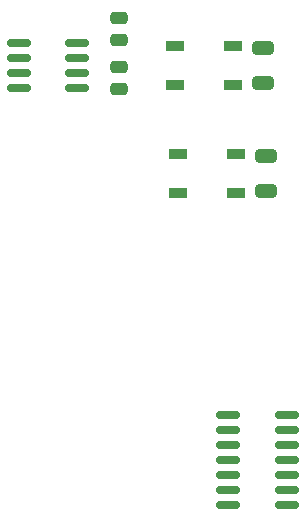
<source format=gbr>
%TF.GenerationSoftware,KiCad,Pcbnew,8.0.7*%
%TF.CreationDate,2025-07-19T14:15:59-04:00*%
%TF.ProjectId,Hexapod V2,48657861-706f-4642-9056-322e6b696361,rev?*%
%TF.SameCoordinates,Original*%
%TF.FileFunction,Paste,Top*%
%TF.FilePolarity,Positive*%
%FSLAX46Y46*%
G04 Gerber Fmt 4.6, Leading zero omitted, Abs format (unit mm)*
G04 Created by KiCad (PCBNEW 8.0.7) date 2025-07-19 14:15:59*
%MOMM*%
%LPD*%
G01*
G04 APERTURE LIST*
G04 Aperture macros list*
%AMRoundRect*
0 Rectangle with rounded corners*
0 $1 Rounding radius*
0 $2 $3 $4 $5 $6 $7 $8 $9 X,Y pos of 4 corners*
0 Add a 4 corners polygon primitive as box body*
4,1,4,$2,$3,$4,$5,$6,$7,$8,$9,$2,$3,0*
0 Add four circle primitives for the rounded corners*
1,1,$1+$1,$2,$3*
1,1,$1+$1,$4,$5*
1,1,$1+$1,$6,$7*
1,1,$1+$1,$8,$9*
0 Add four rect primitives between the rounded corners*
20,1,$1+$1,$2,$3,$4,$5,0*
20,1,$1+$1,$4,$5,$6,$7,0*
20,1,$1+$1,$6,$7,$8,$9,0*
20,1,$1+$1,$8,$9,$2,$3,0*%
G04 Aperture macros list end*
%ADD10RoundRect,0.150000X-0.825000X-0.150000X0.825000X-0.150000X0.825000X0.150000X-0.825000X0.150000X0*%
%ADD11RoundRect,0.250000X-0.475000X0.250000X-0.475000X-0.250000X0.475000X-0.250000X0.475000X0.250000X0*%
%ADD12RoundRect,0.150000X-0.835000X-0.150000X0.835000X-0.150000X0.835000X0.150000X-0.835000X0.150000X0*%
%ADD13RoundRect,0.250000X-0.650000X0.325000X-0.650000X-0.325000X0.650000X-0.325000X0.650000X0.325000X0*%
%ADD14RoundRect,0.090000X-0.660000X-0.360000X0.660000X-0.360000X0.660000X0.360000X-0.660000X0.360000X0*%
G04 APERTURE END LIST*
D10*
%TO.C,U3*%
X87800000Y-71460000D03*
X87800000Y-72730000D03*
X87800000Y-74000000D03*
X87800000Y-75270000D03*
X92750000Y-75270000D03*
X92750000Y-74000000D03*
X92750000Y-72730000D03*
X92750000Y-71460000D03*
%TD*%
D11*
%TO.C,C7*%
X96250000Y-69300000D03*
X96250000Y-71200000D03*
%TD*%
%TO.C,C3*%
X96275000Y-73465000D03*
X96275000Y-75365000D03*
%TD*%
D12*
%TO.C,U6*%
X105525000Y-102940000D03*
X105525000Y-104210000D03*
X105525000Y-105480000D03*
X105525000Y-106750000D03*
X105525000Y-108020000D03*
X105525000Y-109290000D03*
X105525000Y-110560000D03*
X110475000Y-110560000D03*
X110475000Y-109290000D03*
X110475000Y-108020000D03*
X110475000Y-106750000D03*
X110475000Y-105480000D03*
X110475000Y-104210000D03*
X110475000Y-102940000D03*
%TD*%
D13*
%TO.C,C6*%
X108750000Y-81025000D03*
X108750000Y-83975000D03*
%TD*%
%TO.C,C7*%
X108450000Y-71875000D03*
X108450000Y-74825000D03*
%TD*%
D14*
%TO.C,D2*%
X101300000Y-80850000D03*
X101300000Y-84150000D03*
X106200000Y-84150000D03*
X106200000Y-80850000D03*
%TD*%
%TO.C,D1*%
X101000000Y-71700000D03*
X101000000Y-75000000D03*
X105900000Y-75000000D03*
X105900000Y-71700000D03*
%TD*%
M02*

</source>
